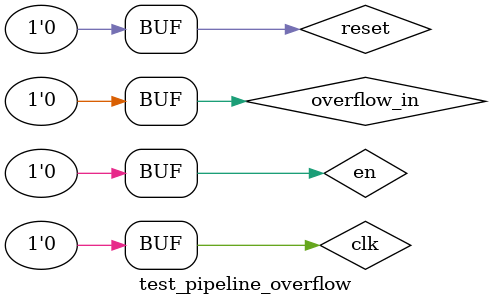
<source format=v>
`timescale 1ns / 1ps


module test_pipeline_overflow;

	// Inputs
	reg overflow_in;
	reg reset;
	reg clk;
	reg en;

	// Outputs
	wire overflow_out;

	// Instantiate the Unit Under Test (UUT)
	pipeline_overflow uut (
		.overflow_in(overflow_in), 
		.overflow_out(overflow_out), 
		.reset(reset), 
		.clk(clk), 
		.en(en)
	);

	initial begin
		// Initialize Inputs
		overflow_in = 0;
		reset = 0;
		clk = 0;
		en = 0;

		// Wait 100 ns for global reset to finish
		#100;
        
		// Add stimulus here

	end
      
endmodule


</source>
